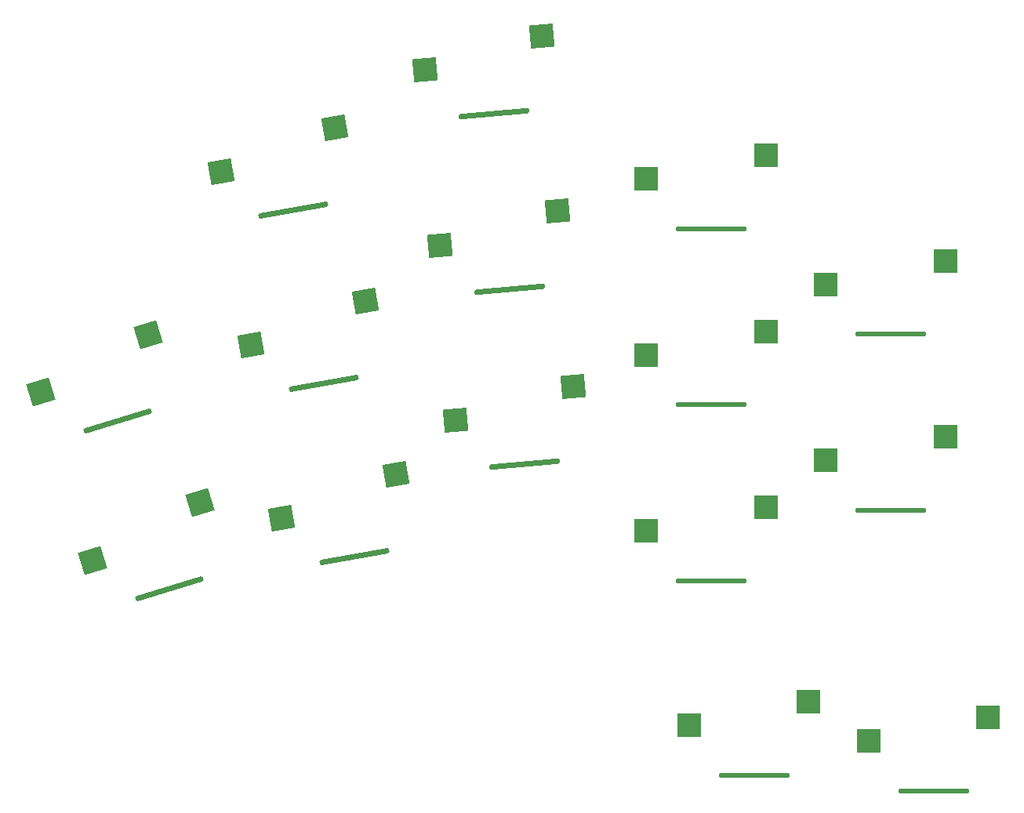
<source format=gbr>
%TF.GenerationSoftware,KiCad,Pcbnew,7.0.2*%
%TF.CreationDate,2023-09-29T14:12:54+02:00*%
%TF.ProjectId,wizza,77697a7a-612e-46b6-9963-61645f706362,v1.0.0*%
%TF.SameCoordinates,Original*%
%TF.FileFunction,Paste,Bot*%
%TF.FilePolarity,Positive*%
%FSLAX46Y46*%
G04 Gerber Fmt 4.6, Leading zero omitted, Abs format (unit mm)*
G04 Created by KiCad (PCBNEW 7.0.2) date 2023-09-29 14:12:54*
%MOMM*%
%LPD*%
G01*
G04 APERTURE LIST*
G04 Aperture macros list*
%AMRoundRect*
0 Rectangle with rounded corners*
0 $1 Rounding radius*
0 $2 $3 $4 $5 $6 $7 $8 $9 X,Y pos of 4 corners*
0 Add a 4 corners polygon primitive as box body*
4,1,4,$2,$3,$4,$5,$6,$7,$8,$9,$2,$3,0*
0 Add four circle primitives for the rounded corners*
1,1,$1+$1,$2,$3*
1,1,$1+$1,$4,$5*
1,1,$1+$1,$6,$7*
1,1,$1+$1,$8,$9*
0 Add four rect primitives between the rounded corners*
20,1,$1+$1,$2,$3,$4,$5,0*
20,1,$1+$1,$4,$5,$6,$7,0*
20,1,$1+$1,$6,$7,$8,$9,0*
20,1,$1+$1,$8,$9,$2,$3,0*%
%AMRotRect*
0 Rectangle, with rotation*
0 The origin of the aperture is its center*
0 $1 length*
0 $2 width*
0 $3 Rotation angle, in degrees counterclockwise*
0 Add horizontal line*
21,1,$1,$2,0,0,$3*%
G04 Aperture macros list end*
%ADD10RotRect,2.550000X2.500000X5.000000*%
%ADD11RoundRect,0.147609X3.635590X0.466246X-3.661319X-0.172151X-3.635590X-0.466246X3.661319X0.172151X0*%
%ADD12RotRect,2.550000X2.500000X10.000000*%
%ADD13RoundRect,0.147609X3.581119X0.781334X-3.632383X-0.490601X-3.581119X-0.781334X3.632383X0.490601X0*%
%ADD14RotRect,2.550000X2.500000X17.000000*%
%ADD15RoundRect,0.147609X3.459205X1.211939X-3.545519X-0.929620X-3.459205X-1.211939X3.545519X0.929620X0*%
%ADD16R,2.550000X2.500000*%
%ADD17RoundRect,0.147609X3.662391X0.147609X-3.662391X0.147609X-3.662391X-0.147609X3.662391X-0.147609X0*%
G04 APERTURE END LIST*
D10*
%TO.C,S7*%
X241811409Y-82592881D03*
X254467842Y-78935884D03*
D11*
X249288537Y-87339268D03*
%TD*%
D10*
%TO.C,S8*%
X240155450Y-63665182D03*
D11*
X247632578Y-68411569D03*
D10*
X252811883Y-60008185D03*
%TD*%
D12*
%TO.C,S4*%
X221407992Y-93417383D03*
D13*
X229270341Y-97494033D03*
D12*
X233697535Y-88671221D03*
%TD*%
D14*
%TO.C,S1*%
X204248143Y-116631280D03*
X215867670Y-110422777D03*
D15*
X212548706Y-119719365D03*
%TD*%
D16*
%TO.C,S9*%
X264030601Y-113446367D03*
X276957601Y-110906367D03*
D17*
X271065601Y-118826367D03*
%TD*%
D16*
%TO.C,S12*%
X283430601Y-105846367D03*
D17*
X290465601Y-111226367D03*
D16*
X296357601Y-103306367D03*
%TD*%
%TO.C,S14*%
X268655601Y-134446367D03*
D17*
X275690601Y-139826367D03*
D16*
X281582601Y-131906367D03*
%TD*%
D12*
%TO.C,S3*%
X224707308Y-112128730D03*
X236996851Y-107382568D03*
D13*
X232569657Y-116205380D03*
%TD*%
D10*
%TO.C,S6*%
X243467369Y-101520580D03*
D11*
X250944497Y-106266967D03*
D10*
X256123802Y-97863583D03*
%TD*%
D16*
%TO.C,S15*%
X288055601Y-136156367D03*
D17*
X295090601Y-141536367D03*
D16*
X300982601Y-133616367D03*
%TD*%
%TO.C,S11*%
X264030601Y-75446367D03*
D17*
X271065601Y-80826367D03*
D16*
X276957601Y-72906367D03*
%TD*%
D14*
%TO.C,S2*%
X198693080Y-98461489D03*
X210312607Y-92252986D03*
D15*
X206993643Y-101549574D03*
%TD*%
D16*
%TO.C,S13*%
X283430601Y-86846367D03*
X296357601Y-84306367D03*
D17*
X290465601Y-92226367D03*
%TD*%
D12*
%TO.C,S5*%
X218108677Y-74706036D03*
X230398220Y-69959874D03*
D13*
X225971026Y-78782686D03*
%TD*%
D16*
%TO.C,S10*%
X264030601Y-94446367D03*
D17*
X271065601Y-99826367D03*
D16*
X276957601Y-91906367D03*
%TD*%
M02*

</source>
